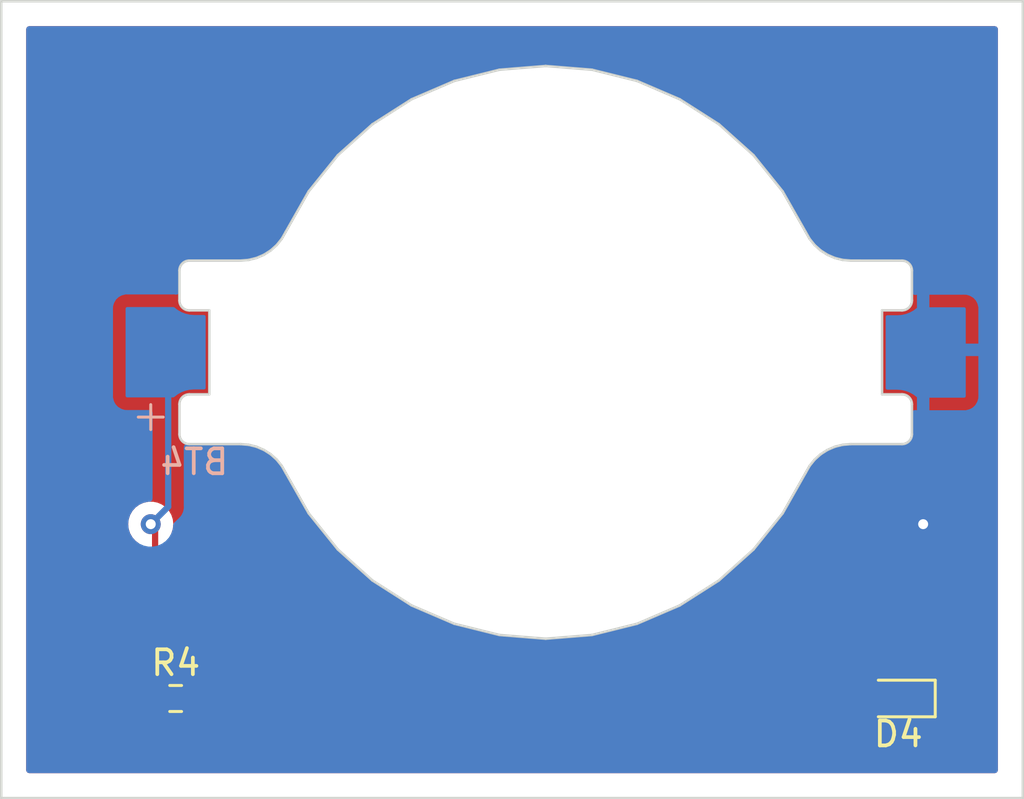
<source format=kicad_pcb>
(kicad_pcb (version 20221018) (generator pcbnew)
  (title_block (title "KG KiCad getting started "))
  (layers (0 "F.Cu" signal) (31 "B.Cu" signal) (34 "B.Paste" user) (35 "F.Paste" user) (36 "B.SilkS" user "B.Silkscreen") (37 "F.SilkS" user "F.Silkscreen") (38 "B.Mask" user) (39 "F.Mask" user) (44 "Edge.Cuts" user))
  (net 0 "")
  (net 1 "+5V")
  (net 2 "GND")
  (net 3 "Net-(D4-A)")
  (footprint "Resistor_SMD:R_0603_1608Metric" (layer "F.Cu") (at 164 113)
    (fp_text reference "R4" (at 0 -1.43) (layer "F.SilkS"))
    (fp_text value "1K")
    (fp_line (start -0.237258 -0.5225) (end 0.237258 -0.5225) (stroke (width 0.12)) (layer "F.SilkS"))
    (fp_line (start -0.237258 0.5225) (end 0.237258 0.5225) (stroke (width 0.12)) (layer "F.SilkS"))
    (pad "1" smd roundrect (at -0.825 0) (size 0.8 0.95) (layers "F.Cu" "F.Paste" "F.Mask") (net 1 "+5V"))
    (pad "2" smd roundrect (at 0.825 0) (size 0.8 0.95) (layers "F.Cu" "F.Paste" "F.Mask") (net 3 "Net-(D4-A)"))
  )
  (footprint "Diode_SMD:D_0603_1608Metric" (layer "F.Cu") (at 193 113 180)
    (fp_text reference "D4" (at 0 -1.43) (layer "F.SilkS"))
    (fp_text value "RED")
    (fp_line (start -1.485 -0.735) (end -1.485 0.735) (stroke (width 0.12)) (layer "F.SilkS"))
    (fp_line (start -1.485 0.735) (end 0.8 0.735) (stroke (width 0.12)) (layer "F.SilkS"))
    (fp_line (start 0.8 -0.735) (end -1.485 -0.735) (stroke (width 0.12)) (layer "F.SilkS"))
    (pad "1" smd roundrect (at -0.7875 0 180) (size 0.875 0.95) (layers "F.Cu" "F.Paste" "F.Mask") (net 2 "GND"))
    (pad "2" smd roundrect (at 0.7875 0 180) (size 0.875 0.95) (layers "F.Cu" "F.Paste" "F.Mask") (net 3 "Net-(D4-A)"))
  )
  (footprint "Battery:BatteryHolder_Keystone_1057_1x2032" (layer "B.Cu") (at 178.85 99.1)
    (fp_text reference "BT4" (at -14.1 4.4) (layer "B.SilkS") (effects (justify mirror)))
    (fp_text value "3V")
    (fp_line (start -15.85 3.1) (end -15.85 2.1) (stroke (width 0.12)) (layer "B.SilkS"))
    (fp_line (start -15.35 2.6) (end -16.35 2.6) (stroke (width 0.12)) (layer "B.SilkS"))
    (fp_line (start -14.7 -3.284899) (end -14.7 -2.084949) (stroke (width 0.1)) (layer "Edge.Cuts"))
    (fp_line (start -14.7 2.08505) (end -14.7 3.285) (stroke (width 0.1)) (layer "Edge.Cuts"))
    (fp_line (start -14.3 -1.684949) (end -13.5 -1.684949) (stroke (width 0.1)) (layer "Edge.Cuts"))
    (fp_line (start -14.3 3.685) (end -12.244621 3.685) (stroke (width 0.1)) (layer "Edge.Cuts"))
    (fp_line (start -13.5 -1.684949) (end -13.5 1.68505) (stroke (width 0.1)) (layer "Edge.Cuts"))
    (fp_line (start -13.5 1.68505) (end -14.3 1.68505) (stroke (width 0.1)) (layer "Edge.Cuts"))
    (fp_line (start -12.244621 -3.684999) (end -14.3 -3.684899) (stroke (width 0.1)) (layer "Edge.Cuts"))
    (fp_line (start -12.244621 3.685) (end -11.921437 3.711285) (stroke (width 0.1)) (layer "Edge.Cuts"))
    (fp_line (start -11.921437 -3.711284) (end -12.244621 -3.684999) (stroke (width 0.1)) (layer "Edge.Cuts"))
    (fp_line (start -11.921437 3.711285) (end -11.606747 3.789448) (stroke (width 0.1)) (layer "Edge.Cuts"))
    (fp_line (start -11.606747 -3.789447) (end -11.921437 -3.711284) (stroke (width 0.1)) (layer "Edge.Cuts"))
    (fp_line (start -11.606747 3.789448) (end -11.308824 3.917435) (stroke (width 0.1)) (layer "Edge.Cuts"))
    (fp_line (start -11.308824 -3.917434) (end -11.606747 -3.789447) (stroke (width 0.1)) (layer "Edge.Cuts"))
    (fp_line (start -11.308824 3.917435) (end -11.035498 4.091883) (stroke (width 0.1)) (layer "Edge.Cuts"))
    (fp_line (start -11.035498 -4.091882) (end -11.308824 -3.917434) (stroke (width 0.1)) (layer "Edge.Cuts"))
    (fp_line (start -11.035498 4.091883) (end -10.793954 4.308205) (stroke (width 0.1)) (layer "Edge.Cuts"))
    (fp_line (start -10.793954 -4.308204) (end -11.035498 -4.091882) (stroke (width 0.1)) (layer "Edge.Cuts"))
    (fp_line (start -10.793954 4.308205) (end -10.59054 4.560716) (stroke (width 0.1)) (layer "Edge.Cuts"))
    (fp_line (start -10.59054 -4.560715) (end -10.793954 -4.308204) (stroke (width 0.1)) (layer "Edge.Cuts"))
    (fp_line (start -10.59054 4.560716) (end -10.430603 4.842778) (stroke (width 0.1)) (layer "Edge.Cuts"))
    (fp_line (start -10.430603 -4.842777) (end -10.59054 -4.560715) (stroke (width 0.1)) (layer "Edge.Cuts"))
    (fp_line (start -10.430603 4.842778) (end -9.510966 6.464636) (stroke (width 0.1)) (layer "Edge.Cuts"))
    (fp_line (start -9.510966 -6.464635) (end -10.430603 -4.842777) (stroke (width 0.1)) (layer "Edge.Cuts"))
    (fp_line (start -9.510966 6.464636) (end -8.341335 7.916572) (stroke (width 0.1)) (layer "Edge.Cuts"))
    (fp_line (start -8.341335 -7.916571) (end -9.510966 -6.464635) (stroke (width 0.1)) (layer "Edge.Cuts"))
    (fp_line (start -8.341335 7.916572) (end -6.952454 9.160424) (stroke (width 0.1)) (layer "Edge.Cuts"))
    (fp_line (start -6.952454 -9.160423) (end -8.341335 -7.916571) (stroke (width 0.1)) (layer "Edge.Cuts"))
    (fp_line (start -6.952454 9.160424) (end -5.38083 10.163496) (stroke (width 0.1)) (layer "Edge.Cuts"))
    (fp_line (start -5.38083 -10.163495) (end -6.952454 -9.160423) (stroke (width 0.1)) (layer "Edge.Cuts"))
    (fp_line (start -5.38083 10.163496) (end -3.667773 10.899424) (stroke (width 0.1)) (layer "Edge.Cuts"))
    (fp_line (start -3.667773 -10.899423) (end -5.38083 -10.163495) (stroke (width 0.1)) (layer "Edge.Cuts"))
    (fp_line (start -3.667773 10.899424) (end -1.858308 11.348863) (stroke (width 0.1)) (layer "Edge.Cuts"))
    (fp_line (start -1.858308 -11.348862) (end -3.667773 -10.899423) (stroke (width 0.1)) (layer "Edge.Cuts"))
    (fp_line (start -1.858308 11.348863) (end 0 11.5) (stroke (width 0.1)) (layer "Edge.Cuts"))
    (fp_line (start 0 -11.499999) (end -1.858308 -11.348862) (stroke (width 0.1)) (layer "Edge.Cuts"))
    (fp_line (start 0 11.5) (end 1.858309 11.348863) (stroke (width 0.1)) (layer "Edge.Cuts"))
    (fp_line (start 1.858309 -11.348862) (end 0 -11.499999) (stroke (width 0.1)) (layer "Edge.Cuts"))
    (fp_line (start 1.858309 11.348863) (end 3.667774 10.899424) (stroke (width 0.1)) (layer "Edge.Cuts"))
    (fp_line (start 3.667774 -10.899423) (end 1.858309 -11.348862) (stroke (width 0.1)) (layer "Edge.Cuts"))
    (fp_line (start 3.667774 10.899424) (end 5.380831 10.163496) (stroke (width 0.1)) (layer "Edge.Cuts"))
    (fp_line (start 5.380831 -10.163495) (end 3.667774 -10.899423) (stroke (width 0.1)) (layer "Edge.Cuts"))
    (fp_line (start 5.380831 10.163496) (end 6.952455 9.160424) (stroke (width 0.1)) (layer "Edge.Cuts"))
    (fp_line (start 6.952455 -9.160423) (end 5.380831 -10.163495) (stroke (width 0.1)) (layer "Edge.Cuts"))
    (fp_line (start 6.952455 9.160424) (end 8.341336 7.916572) (stroke (width 0.1)) (layer "Edge.Cuts"))
    (fp_line (start 8.341336 -7.916571) (end 6.952455 -9.160423) (stroke (width 0.1)) (layer "Edge.Cuts"))
    (fp_line (start 8.341336 7.916572) (end 9.510967 6.464636) (stroke (width 0.1)) (layer "Edge.Cuts"))
    (fp_line (start 9.510967 -6.464635) (end 8.341336 -7.916571) (stroke (width 0.1)) (layer "Edge.Cuts"))
    (fp_line (start 9.510967 6.464636) (end 10.430604 4.842778) (stroke (width 0.1)) (layer "Edge.Cuts"))
    (fp_line (start 10.430604 -4.842777) (end 9.510967 -6.464635) (stroke (width 0.1)) (layer "Edge.Cuts"))
    (fp_line (start 10.430604 4.842778) (end 10.590541 4.560716) (stroke (width 0.1)) (layer "Edge.Cuts"))
    (fp_line (start 10.590541 -4.560715) (end 10.430604 -4.842777) (stroke (width 0.1)) (layer "Edge.Cuts"))
    (fp_line (start 10.590541 4.560716) (end 10.793955 4.308205) (stroke (width 0.1)) (layer "Edge.Cuts"))
    (fp_line (start 10.793955 -4.308204) (end 10.590541 -4.560715) (stroke (width 0.1)) (layer "Edge.Cuts"))
    (fp_line (start 10.793955 4.308205) (end 11.035499 4.091883) (stroke (width 0.1)) (layer "Edge.Cuts"))
    (fp_line (start 11.035499 -4.091882) (end 10.793955 -4.308204) (stroke (width 0.1)) (layer "Edge.Cuts"))
    (fp_line (start 11.035499 4.091883) (end 11.308825 3.917435) (stroke (width 0.1)) (layer "Edge.Cuts"))
    (fp_line (start 11.308825 -3.917434) (end 11.035499 -4.091882) (stroke (width 0.1)) (layer "Edge.Cuts"))
    (fp_line (start 11.308825 3.917435) (end 11.606748 3.789448) (stroke (width 0.1)) (layer "Edge.Cuts"))
    (fp_line (start 11.606748 -3.789447) (end 11.308825 -3.917434) (stroke (width 0.1)) (layer "Edge.Cuts"))
    (fp_line (start 11.606748 3.789448) (end 11.921438 3.711285) (stroke (width 0.1)) (layer "Edge.Cuts"))
    (fp_line (start 11.921438 -3.711284) (end 11.606748 -3.789447) (stroke (width 0.1)) (layer "Edge.Cuts"))
    (fp_line (start 11.921438 3.711285) (end 12.244622 3.685) (stroke (width 0.1)) (layer "Edge.Cuts"))
    (fp_line (start 12.244622 -3.684999) (end 11.921438 -3.711284) (stroke (width 0.1)) (layer "Edge.Cuts"))
    (fp_line (start 12.244622 3.685) (end 14.3 3.685) (stroke (width 0.1)) (layer "Edge.Cuts"))
    (fp_line (start 13.5 -1.684949) (end 14.3 -1.68505) (stroke (width 0.1)) (layer "Edge.Cuts"))
    (fp_line (start 13.5 1.68505) (end 13.5 -1.684949) (stroke (width 0.1)) (layer "Edge.Cuts"))
    (fp_line (start 14.3 -3.682793) (end 12.244622 -3.684999) (stroke (width 0.1)) (layer "Edge.Cuts"))
    (fp_line (start 14.3 1.68505) (end 13.5 1.68505) (stroke (width 0.1)) (layer "Edge.Cuts"))
    (fp_line (start 14.7 -2.082843) (end 14.7 -3.282793) (stroke (width 0.1)) (layer "Edge.Cuts"))
    (fp_line (start 14.7 3.285) (end 14.7 2.08505) (stroke (width 0.1)) (layer "Edge.Cuts"))
    (fp_arc (start -14.7 -3.284899) (mid -14.582843 -3.567742) (end -14.3 -3.684899) (stroke (width 0.1)) (layer "Edge.Cuts"))
    (fp_arc (start -14.7 2.08505) (mid -14.582843 1.802207) (end -14.3 1.68505) (stroke (width 0.1)) (layer "Edge.Cuts"))
    (fp_arc (start -14.3 -1.684949) (mid -14.582843 -1.802106) (end -14.7 -2.084949) (stroke (width 0.1)) (layer "Edge.Cuts"))
    (fp_arc (start -14.3 3.685) (mid -14.582843 3.567843) (end -14.7 3.285) (stroke (width 0.1)) (layer "Edge.Cuts"))
    (fp_arc (start 14.3 -3.682793) (mid 14.58284 -3.565635) (end 14.7 -3.282793) (stroke (width 0.1)) (layer "Edge.Cuts"))
    (fp_arc (start 14.3 1.68505) (mid 14.582843 1.802207) (end 14.7 2.08505) (stroke (width 0.1)) (layer "Edge.Cuts"))
    (fp_arc (start 14.7 -2.08505) (mid 14.58286 -1.802175) (end 14.3 -1.68505) (stroke (width 0.1)) (layer "Edge.Cuts"))
    (fp_arc (start 14.7 3.285) (mid 14.582843 3.567843) (end 14.3 3.685) (stroke (width 0.1)) (layer "Edge.Cuts"))
    (pad "1" smd custom (at -15.15 0.1) (size 1 1) (layers "B.Cu" "B.Paste" "B.Mask") (net 1 "+5V") (options (clearance outline) (anchor rect)) (primitives (gr_poly (pts (xy 0.2 1.65) (xy 0.271537 1.594563) (xy 0.343074 1.539127) (xy 0.500662 1.450081) (xy 0.58506 1.417404) (xy 0.669458 1.384728) (xy 0.757691 1.364583) (xy 0.845923 1.344438) (xy 1.026357 1.330056) (xy 1.235196 1.330056) (xy 1.444035 1.330057) (xy 1.444034 -1.539942) (xy 1.044035 -1.539967) (xy 0.86174 -1.553331) (xy 0.683343 -1.593137) (xy 0.512659 -1.658535) (xy 0.353336 -1.748125) (xy 0.28106 -1.804058) (xy 0.208783 -1.859992) (xy -1.65 -1.859992) (xy -1.65 1.650007)) (width 0.12) (fill yes))))
    (pad "2" smd custom (at 15.15 -0.1 180) (size 1 1) (layers "B.Cu" "B.Paste" "B.Mask") (net 2 "GND") (options (clearance outline) (anchor rect)) (primitives (gr_poly (pts (xy 0.2 1.65) (xy 0.271537 1.594563) (xy 0.343074 1.539127) (xy 0.500662 1.450081) (xy 0.58506 1.417404) (xy 0.669458 1.384728) (xy 0.757691 1.364583) (xy 0.845923 1.344438) (xy 1.026357 1.330056) (xy 1.235196 1.330056) (xy 1.444035 1.330057) (xy 1.444034 -1.539942) (xy 1.044035 -1.539967) (xy 0.86174 -1.553331) (xy 0.683343 -1.593137) (xy 0.512659 -1.658535) (xy 0.353336 -1.748125) (xy 0.28106 -1.804058) (xy 0.208783 -1.859992) (xy -1.65 -1.859992) (xy -1.65 1.650007)) (width 0.12) (fill yes))))
  )
  (gr_line (start 157 85) (end 198 85) (stroke (width 0.1)) (layer "Edge.Cuts"))
  (gr_line (start 157 117) (end 157 85) (stroke (width 0.1)) (layer "Edge.Cuts"))
  (gr_line (start 198 117) (end 157 117) (stroke (width 0.1)) (layer "Edge.Cuts"))
  (gr_line (start 198 85) (end 198 117) (stroke (width 0.1)) (layer "Edge.Cuts"))
  (segment (start 163.175 106.175) (end 163 106) (width 0.25) (layer "F.Cu") (net 1))
  (segment (start 163.175 113) (end 163.175 106.175) (width 0.25) (layer "F.Cu") (net 1))
  (via (at 163 106) (size 0.8) (drill 0.4) (layers "F.Cu" "B.Cu") (net 1))
  (segment (start 163.7 105.3) (end 163.7 99.2) (width 0.25) (layer "B.Cu") (net 1))
  (segment (start 163 106) (end 163.7 105.3) (width 0.25) (layer "B.Cu") (net 1))
  (segment (start 193.7875 113) (end 193.7875 106.2125) (width 0.25) (layer "F.Cu") (net 2))
  (segment (start 193.7875 106.2125) (end 194 106) (width 0.25) (layer "F.Cu") (net 2))
  (via (at 194 106) (size 0.8) (drill 0.4) (layers "F.Cu" "B.Cu") (net 2))
  (segment (start 194 106) (end 194 99) (width 0.25) (layer "B.Cu") (net 2))
  (segment (start 164.825 113) (end 192.2125 113) (width 0.25) (layer "F.Cu") (net 3))
  (zone (net 2) (net_name "GND") (layer "F.Cu") (connect_pads (clearance 0.5)) (min_thickness 0.25) (fill yes (thermal_gap 0.5) (thermal_bridge_width 0.5))
    (polygon (pts (xy 158 86) (xy 197 86) (xy 197 116) (xy 158 116)))
  )
  (zone (net 2) (net_name "GND") (layer "B.Cu") (priority 1) (connect_pads (clearance 0.5)) (min_thickness 0.25) (fill yes (thermal_gap 0.5) (thermal_bridge_width 0.5))
    (polygon (pts (xy 158 86) (xy 197 86) (xy 197 116) (xy 158 116)))
  )
)
</source>
